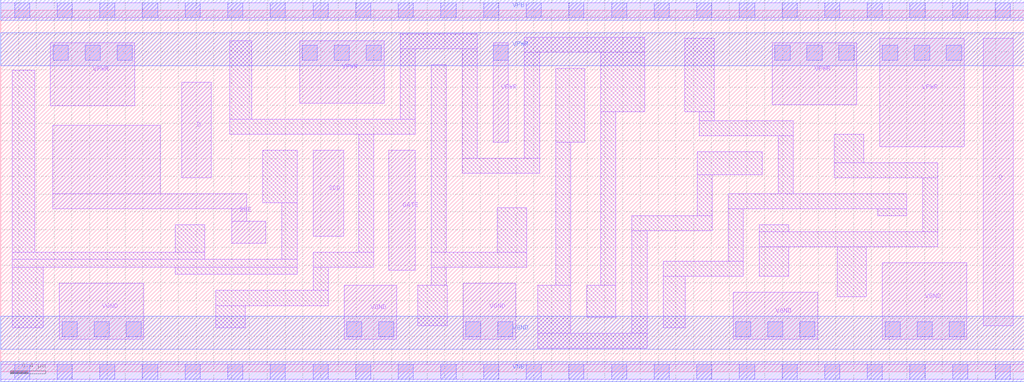
<source format=lef>
# Copyright 2020 The SkyWater PDK Authors
#
# Licensed under the Apache License, Version 2.0 (the "License");
# you may not use this file except in compliance with the License.
# You may obtain a copy of the License at
#
#     https://www.apache.org/licenses/LICENSE-2.0
#
# Unless required by applicable law or agreed to in writing, software
# distributed under the License is distributed on an "AS IS" BASIS,
# WITHOUT WARRANTIES OR CONDITIONS OF ANY KIND, either express or implied.
# See the License for the specific language governing permissions and
# limitations under the License.
#
# SPDX-License-Identifier: Apache-2.0

VERSION 5.5 ;
NAMESCASESENSITIVE ON ;
BUSBITCHARS "[]" ;
DIVIDERCHAR "/" ;
SITE unithvdbl
    SYMMETRY y  ;
    CLASS CORE  ;
    SIZE  0.480 BY 8.140 ;
END unithvdbl
MACRO sky130_fd_sc_hvl__sdlxtp_1
  CLASS CORE ;
  SOURCE USER ;
  ORIGIN  0.000000  0.000000 ;
  SIZE  11.52000 BY  4.070000 ;
  SYMMETRY X Y ;
  SITE unithv ;
  PIN D
    ANTENNAGATEAREA  0.585000 ;
    DIRECTION INPUT ;
    USE SIGNAL ;
    PORT
      LAYER li1 ;
        RECT 2.040000 2.185000 2.370000 3.260000 ;
    END
  END D
  PIN Q
    ANTENNADIFFAREA  0.626250 ;
    DIRECTION OUTPUT ;
    USE SIGNAL ;
    PORT
      LAYER li1 ;
        RECT 11.060000 0.515000 11.400000 3.755000 ;
    END
  END Q
  PIN SCD
    ANTENNAGATEAREA  0.585000 ;
    DIRECTION INPUT ;
    USE SIGNAL ;
    PORT
      LAYER li1 ;
        RECT 3.515000 1.525000 3.860000 2.495000 ;
    END
  END SCD
  PIN SCE
    ANTENNAGATEAREA  1.005000 ;
    DIRECTION INPUT ;
    USE SIGNAL ;
    PORT
      LAYER li1 ;
        RECT 0.585000 1.835000 2.770000 2.005000 ;
        RECT 0.585000 2.005000 1.795000 2.775000 ;
        RECT 2.600000 1.445000 2.985000 1.695000 ;
        RECT 2.600000 1.695000 2.770000 1.835000 ;
    END
  END SCE
  PIN GATE
    ANTENNAGATEAREA  0.585000 ;
    DIRECTION INPUT ;
    USE CLOCK ;
    PORT
      LAYER li1 ;
        RECT 4.370000 1.145000 4.665000 2.495000 ;
    END
  END GATE
  PIN VGND
    DIRECTION INOUT ;
    USE GROUND ;
    PORT
      LAYER li1 ;
        RECT 0.660000 0.365000 1.610000 0.995000 ;
    END
    PORT
      LAYER li1 ;
        RECT 3.865000 0.365000 4.455000 0.975000 ;
    END
    PORT
      LAYER li1 ;
        RECT 5.205000 0.365000 5.795000 0.995000 ;
    END
    PORT
      LAYER li1 ;
        RECT 8.245000 0.365000 9.195000 0.895000 ;
    END
    PORT
      LAYER li1 ;
        RECT 9.925000 0.365000 10.875000 1.225000 ;
    END
    PORT
      LAYER met1 ;
        RECT 0.000000 0.255000 11.520000 0.625000 ;
    END
  END VGND
  PIN VNB
    DIRECTION INOUT ;
    USE GROUND ;
    PORT
      LAYER li1 ;
        RECT 0.000000 -0.085000 11.520000 0.085000 ;
    END
    PORT
      LAYER met1 ;
        RECT 0.000000 -0.115000 11.520000 0.115000 ;
    END
  END VNB
  PIN VPB
    DIRECTION INOUT ;
    USE POWER ;
    PORT
      LAYER li1 ;
        RECT 0.000000 3.985000 11.520000 4.155000 ;
    END
    PORT
      LAYER met1 ;
        RECT 0.000000 3.955000 11.520000 4.185000 ;
    END
  END VPB
  PIN VPWR
    DIRECTION INOUT ;
    USE POWER ;
    PORT
      LAYER li1 ;
        RECT 0.560000 2.995000 1.510000 3.705000 ;
    END
    PORT
      LAYER li1 ;
        RECT 3.365000 3.025000 4.315000 3.725000 ;
    END
    PORT
      LAYER li1 ;
        RECT 5.545000 2.585000 5.715000 3.705000 ;
    END
    PORT
      LAYER li1 ;
        RECT 8.685000 3.005000 9.635000 3.705000 ;
    END
    PORT
      LAYER li1 ;
        RECT 9.895000 2.535000 10.845000 3.755000 ;
    END
    PORT
      LAYER met1 ;
        RECT 0.000000 3.445000 11.520000 3.815000 ;
    END
  END VPWR
  OBS
    LAYER li1 ;
      RECT  0.130000 0.495000  0.480000 1.175000 ;
      RECT  0.130000 1.175000  3.335000 1.265000 ;
      RECT  0.130000 1.265000  2.295000 1.345000 ;
      RECT  0.130000 1.345000  0.380000 3.395000 ;
      RECT  1.965000 1.095000  3.335000 1.175000 ;
      RECT  1.965000 1.345000  2.295000 1.655000 ;
      RECT  2.420000 0.495000  2.750000 0.745000 ;
      RECT  2.420000 0.745000  3.685000 0.915000 ;
      RECT  2.575000 2.675000  4.665000 2.845000 ;
      RECT  2.575000 2.845000  2.825000 3.725000 ;
      RECT  2.950000 1.905000  3.335000 2.495000 ;
      RECT  3.165000 1.265000  3.335000 1.905000 ;
      RECT  3.515000 0.915000  3.685000 1.175000 ;
      RECT  3.515000 1.175000  4.200000 1.345000 ;
      RECT  4.030000 1.345000  4.200000 2.675000 ;
      RECT  4.495000 2.845000  4.665000 3.635000 ;
      RECT  4.495000 3.635000  5.365000 3.805000 ;
      RECT  4.695000 0.515000  5.025000 0.975000 ;
      RECT  4.845000 0.975000  5.015000 1.175000 ;
      RECT  4.845000 1.175000  5.920000 1.345000 ;
      RECT  4.845000 1.345000  5.015000 3.455000 ;
      RECT  5.195000 2.235000  6.065000 2.405000 ;
      RECT  5.195000 2.405000  5.365000 3.635000 ;
      RECT  5.590000 1.345000  5.920000 1.845000 ;
      RECT  5.895000 2.405000  6.065000 3.595000 ;
      RECT  5.895000 3.595000  7.250000 3.765000 ;
      RECT  6.045000 0.265000  7.275000 0.435000 ;
      RECT  6.045000 0.435000  6.415000 0.975000 ;
      RECT  6.245000 0.975000  6.415000 2.585000 ;
      RECT  6.245000 2.585000  6.575000 3.415000 ;
      RECT  6.595000 0.615000  6.925000 0.975000 ;
      RECT  6.755000 0.975000  6.925000 2.925000 ;
      RECT  6.755000 2.925000  7.250000 3.595000 ;
      RECT  7.105000 0.435000  7.275000 1.585000 ;
      RECT  7.105000 1.585000  8.010000 1.755000 ;
      RECT  7.455000 0.495000  7.705000 1.075000 ;
      RECT  7.455000 1.075000  8.360000 1.245000 ;
      RECT  7.700000 2.925000  8.030000 3.755000 ;
      RECT  7.840000 1.755000  8.010000 2.215000 ;
      RECT  7.840000 2.215000  8.570000 2.475000 ;
      RECT  7.860000 2.655000  8.920000 2.825000 ;
      RECT  7.860000 2.825000  8.030000 2.925000 ;
      RECT  8.190000 1.245000  8.360000 1.835000 ;
      RECT  8.190000 1.835000 10.200000 2.005000 ;
      RECT  8.540000 1.075000  8.870000 1.405000 ;
      RECT  8.540000 1.405000 10.550000 1.575000 ;
      RECT  8.540000 1.575000  8.870000 1.655000 ;
      RECT  8.750000 2.005000  8.920000 2.655000 ;
      RECT  9.385000 2.185000 10.550000 2.355000 ;
      RECT  9.385000 2.355000  9.715000 2.675000 ;
      RECT  9.415000 0.845000  9.745000 1.405000 ;
      RECT  9.870000 1.755000 10.200000 1.835000 ;
      RECT 10.380000 1.575000 10.550000 2.185000 ;
    LAYER mcon ;
      RECT  0.155000 -0.085000  0.325000 0.085000 ;
      RECT  0.155000  3.985000  0.325000 4.155000 ;
      RECT  0.590000  3.505000  0.760000 3.675000 ;
      RECT  0.635000 -0.085000  0.805000 0.085000 ;
      RECT  0.635000  3.985000  0.805000 4.155000 ;
      RECT  0.690000  0.395000  0.860000 0.565000 ;
      RECT  0.950000  3.505000  1.120000 3.675000 ;
      RECT  1.050000  0.395000  1.220000 0.565000 ;
      RECT  1.115000 -0.085000  1.285000 0.085000 ;
      RECT  1.115000  3.985000  1.285000 4.155000 ;
      RECT  1.310000  3.505000  1.480000 3.675000 ;
      RECT  1.410000  0.395000  1.580000 0.565000 ;
      RECT  1.595000 -0.085000  1.765000 0.085000 ;
      RECT  1.595000  3.985000  1.765000 4.155000 ;
      RECT  2.075000 -0.085000  2.245000 0.085000 ;
      RECT  2.075000  3.985000  2.245000 4.155000 ;
      RECT  2.555000 -0.085000  2.725000 0.085000 ;
      RECT  2.555000  3.985000  2.725000 4.155000 ;
      RECT  3.035000 -0.085000  3.205000 0.085000 ;
      RECT  3.035000  3.985000  3.205000 4.155000 ;
      RECT  3.395000  3.505000  3.565000 3.675000 ;
      RECT  3.515000 -0.085000  3.685000 0.085000 ;
      RECT  3.515000  3.985000  3.685000 4.155000 ;
      RECT  3.755000  3.505000  3.925000 3.675000 ;
      RECT  3.895000  0.395000  4.065000 0.565000 ;
      RECT  3.995000 -0.085000  4.165000 0.085000 ;
      RECT  3.995000  3.985000  4.165000 4.155000 ;
      RECT  4.115000  3.505000  4.285000 3.675000 ;
      RECT  4.255000  0.395000  4.425000 0.565000 ;
      RECT  4.475000 -0.085000  4.645000 0.085000 ;
      RECT  4.475000  3.985000  4.645000 4.155000 ;
      RECT  4.955000 -0.085000  5.125000 0.085000 ;
      RECT  4.955000  3.985000  5.125000 4.155000 ;
      RECT  5.235000  0.395000  5.405000 0.565000 ;
      RECT  5.435000 -0.085000  5.605000 0.085000 ;
      RECT  5.435000  3.985000  5.605000 4.155000 ;
      RECT  5.545000  3.505000  5.715000 3.675000 ;
      RECT  5.595000  0.395000  5.765000 0.565000 ;
      RECT  5.915000 -0.085000  6.085000 0.085000 ;
      RECT  5.915000  3.985000  6.085000 4.155000 ;
      RECT  6.395000 -0.085000  6.565000 0.085000 ;
      RECT  6.395000  3.985000  6.565000 4.155000 ;
      RECT  6.875000 -0.085000  7.045000 0.085000 ;
      RECT  6.875000  3.985000  7.045000 4.155000 ;
      RECT  7.355000 -0.085000  7.525000 0.085000 ;
      RECT  7.355000  3.985000  7.525000 4.155000 ;
      RECT  7.835000 -0.085000  8.005000 0.085000 ;
      RECT  7.835000  3.985000  8.005000 4.155000 ;
      RECT  8.275000  0.395000  8.445000 0.565000 ;
      RECT  8.315000 -0.085000  8.485000 0.085000 ;
      RECT  8.315000  3.985000  8.485000 4.155000 ;
      RECT  8.635000  0.395000  8.805000 0.565000 ;
      RECT  8.715000  3.505000  8.885000 3.675000 ;
      RECT  8.795000 -0.085000  8.965000 0.085000 ;
      RECT  8.795000  3.985000  8.965000 4.155000 ;
      RECT  8.995000  0.395000  9.165000 0.565000 ;
      RECT  9.075000  3.505000  9.245000 3.675000 ;
      RECT  9.275000 -0.085000  9.445000 0.085000 ;
      RECT  9.275000  3.985000  9.445000 4.155000 ;
      RECT  9.435000  3.505000  9.605000 3.675000 ;
      RECT  9.755000 -0.085000  9.925000 0.085000 ;
      RECT  9.755000  3.985000  9.925000 4.155000 ;
      RECT  9.925000  3.505000 10.095000 3.675000 ;
      RECT  9.955000  0.395000 10.125000 0.565000 ;
      RECT 10.235000 -0.085000 10.405000 0.085000 ;
      RECT 10.235000  3.985000 10.405000 4.155000 ;
      RECT 10.285000  3.505000 10.455000 3.675000 ;
      RECT 10.315000  0.395000 10.485000 0.565000 ;
      RECT 10.645000  3.505000 10.815000 3.675000 ;
      RECT 10.675000  0.395000 10.845000 0.565000 ;
      RECT 10.715000 -0.085000 10.885000 0.085000 ;
      RECT 10.715000  3.985000 10.885000 4.155000 ;
      RECT 11.195000 -0.085000 11.365000 0.085000 ;
      RECT 11.195000  3.985000 11.365000 4.155000 ;
  END
END sky130_fd_sc_hvl__sdlxtp_1

</source>
